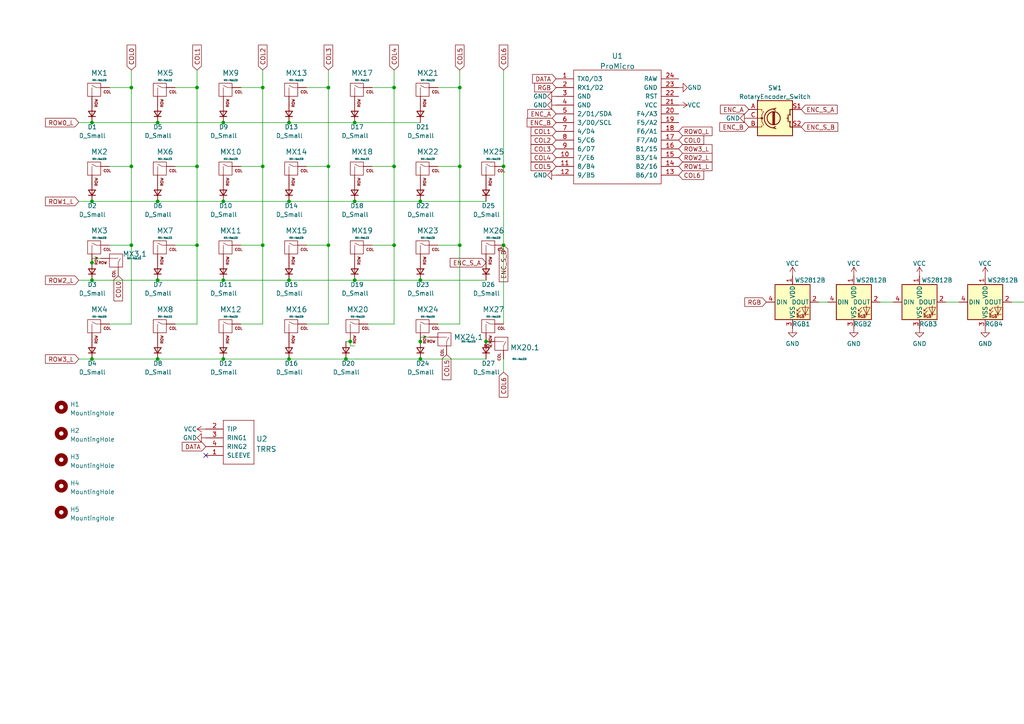
<source format=kicad_sch>
(kicad_sch (version 20230121) (generator eeschema)
  (paper "A4")
  (lib_symbols
    (symbol "Device:D_Small" (pin_numbers hide) (pin_names (offset 0.254) hide)
      (property "Reference" "D" (at -1.27 2.032 0))
      (property "Value" "D_Small" (at -3.81 -2.032 0))
      (symbol "D_Small_0_1"
        (polyline (pts (xy -0.762 -1.016) (xy -0.762 1.016)) (stroke (width 0.254)))
        (polyline (pts (xy -0.762 0) (xy 0.762 0)))
        (polyline (pts (xy 0.762 -1.016) (xy -0.762 0) (xy 0.762 1.016) (xy 0.762 -1.016)) (stroke (width 0.254)))
      )
      (symbol "D_Small_1_1"
        (pin passive line (at -2.54 0 0) (length 1.778) (name "K") (number "1"))
        (pin passive line (at 2.54 0 180) (length 1.778) (name "A") (number "2"))
      )
    )
    (symbol "Device:RotaryEncoder_Switch" (pin_names (offset 0.254) hide)
      (property "Reference" "SW" (at 0 6.604 0))
      (property "Value" "RotaryEncoder_Switch" (at 0 -6.604 0))
      (symbol "RotaryEncoder_Switch_0_1"
        (rectangle (start -5.08 5.08) (end 5.08 -5.08) (stroke (width 0.254)) (fill (type background)))
        (circle (center -3.81 0) (radius 0.254) (fill (type outline)))
        (circle (center -0.381 0) (radius 1.905) (stroke (width 0.254)))
        (arc (start -0.381 2.667) (mid -3.0988 -0.0635) (end -0.381 -2.794) (stroke (width 0.254)))
        (polyline (pts (xy -0.635 -1.778) (xy -0.635 1.778)) (stroke (width 0.254)))
        (polyline (pts (xy -0.381 -1.778) (xy -0.381 1.778)) (stroke (width 0.254)))
        (polyline (pts (xy -0.127 1.778) (xy -0.127 -1.778)) (stroke (width 0.254)))
        (polyline (pts (xy 3.81 0) (xy 3.429 0)) (stroke (width 0.254)))
        (polyline (pts (xy 3.81 1.016) (xy 3.81 -1.016)) (stroke (width 0.254)))
        (polyline (pts (xy -5.08 -2.54) (xy -3.81 -2.54) (xy -3.81 -2.032)))
        (polyline (pts (xy -5.08 2.54) (xy -3.81 2.54) (xy -3.81 2.032)))
        (polyline (pts (xy 0.254 -3.048) (xy -0.508 -2.794) (xy 0.127 -2.413)) (stroke (width 0.254)))
        (polyline (pts (xy 0.254 2.921) (xy -0.508 2.667) (xy 0.127 2.286)) (stroke (width 0.254)))
        (polyline (pts (xy 5.08 -2.54) (xy 4.318 -2.54) (xy 4.318 -1.016)) (stroke (width 0.254)))
        (polyline (pts (xy 5.08 2.54) (xy 4.318 2.54) (xy 4.318 1.016)) (stroke (width 0.254)))
        (polyline (pts (xy -5.08 0) (xy -3.81 0) (xy -3.81 -1.016) (xy -3.302 -2.032)))
        (polyline (pts (xy -4.318 0) (xy -3.81 0) (xy -3.81 1.016) (xy -3.302 2.032)))
        (circle (center 4.318 -1.016) (radius 0.127) (stroke (width 0.254)))
        (circle (center 4.318 1.016) (radius 0.127) (stroke (width 0.254)))
      )
      (symbol "RotaryEncoder_Switch_1_1"
        (pin passive line (at -7.62 2.54 0) (length 2.54) (name "A") (number "A"))
        (pin passive line (at -7.62 -2.54 0) (length 2.54) (name "B") (number "B"))
        (pin passive line (at -7.62 0 0) (length 2.54) (name "C") (number "C"))
        (pin passive line (at 7.62 2.54 180) (length 2.54) (name "S1") (number "S1"))
        (pin passive line (at 7.62 -2.54 180) (length 2.54) (name "S2") (number "S2"))
      )
    )
    (symbol "LED:WS2812B" (pin_names (offset 0.254))
      (property "Reference" "D" (at 5.08 5.715 0))
      (property "Value" "WS2812B" (at 1.27 -5.715 0))
      (symbol "WS2812B_0_0"
        (text "RGB" (at 2.286 -4.191 0) (effects (font (size 0.762 0.762))))
      )
      (symbol "WS2812B_0_1"
        (polyline (pts (xy 1.27 -3.556) (xy 1.778 -3.556)))
        (polyline (pts (xy 1.27 -2.54) (xy 1.778 -2.54)))
        (polyline (pts (xy 4.699 -3.556) (xy 2.667 -3.556)))
        (polyline (pts (xy 2.286 -2.54) (xy 1.27 -3.556) (xy 1.27 -3.048)))
        (polyline (pts (xy 2.286 -1.524) (xy 1.27 -2.54) (xy 1.27 -2.032)))
        (polyline (pts (xy 3.683 -1.016) (xy 3.683 -3.556) (xy 3.683 -4.064)))
        (polyline (pts (xy 4.699 -1.524) (xy 2.667 -1.524) (xy 3.683 -3.556) (xy 4.699 -1.524)))
        (rectangle (start 5.08 5.08) (end -5.08 -5.08) (stroke (width 0.254)) (fill (type background)))
      )
      (symbol "WS2812B_1_1"
        (pin power_in line (at 0 7.62 270) (length 2.54) (name "VDD") (number "1"))
        (pin output line (at 7.62 0 180) (length 2.54) (name "DOUT") (number "2"))
        (pin power_in line (at 0 -7.62 90) (length 2.54) (name "VSS") (number "3"))
        (pin input line (at -7.62 0 0) (length 2.54) (name "DIN") (number "4"))
      )
    )
    (symbol "MX_Alps_Hybrid:MX-NoLED" (pin_names (offset 1.016))
      (property "Reference" "MX" (at -0.635 3.81 0))
      (property "Value" "MX-NoLED" (at -0.635 1.27 0))
      (symbol "MX-NoLED_0_0"
        (rectangle (start -2.54 2.54) (end 1.27 -1.27))
        (polyline (pts (xy -1.27 -1.27) (xy -1.27 1.27)) (stroke (width 0.127)))
        (polyline (pts (xy 1.27 1.27) (xy 0 1.27) (xy -1.27 1.905)) (stroke (width 0.127)))
        (text "COL" (at 3.175 0 0) (effects (font (size 0.762 0.762))))
        (text "ROW" (at 0 -1.905 900) (effects (font (size 0.762 0.762)) (justify right)))
      )
      (symbol "MX-NoLED_1_1"
        (pin passive line (at 3.81 1.27 180) (length 2.54) (name "COL") (number "1"))
        (pin passive line (at -1.27 -3.81 90) (length 2.54) (name "ROW") (number "2"))
      )
    )
    (symbol "Mechanical:MountingHole" (pin_names (offset 1.016))
      (property "Reference" "H" (at 0 5.08 0))
      (property "Value" "MountingHole" (at 0 3.175 0))
      (symbol "MountingHole_0_1"
        (circle (center 0 0) (radius 1.27) (stroke (width 1.27)))
      )
    )
    (symbol "kbd:ProMicro" (pin_names (offset 1.016))
      (property "Reference" "U" (at 0 19.05 0))
      (property "Value" "ProMicro" (at 0 -19.05 0))
      (symbol "ProMicro_0_1"
        (rectangle (start -12.7 16.51) (end 12.7 -16.51))
      )
      (symbol "ProMicro_1_1"
        (pin bidirectional line (at -17.78 13.97 0) (length 5.08) (name "TX0/D3") (number "1"))
        (pin bidirectional line (at -17.78 -8.89 0) (length 5.08) (name "7/E6") (number "10"))
        (pin bidirectional line (at -17.78 -11.43 0) (length 5.08) (name "8/B4") (number "11"))
        (pin bidirectional line (at -17.78 -13.97 0) (length 5.08) (name "9/B5") (number "12"))
        (pin bidirectional line (at 17.78 -13.97 180) (length 5.08) (name "B6/10") (number "13"))
        (pin bidirectional line (at 17.78 -11.43 180) (length 5.08) (name "B2/16") (number "14"))
        (pin bidirectional line (at 17.78 -8.89 180) (length 5.08) (name "B3/14") (number "15"))
        (pin bidirectional line (at 17.78 -6.35 180) (length 5.08) (name "B1/15") (number "16"))
        (pin bidirectional line (at 17.78 -3.81 180) (length 5.08) (name "F7/A0") (number "17"))
        (pin bidirectional line (at 17.78 -1.27 180) (length 5.08) (name "F6/A1") (number "18"))
        (pin bidirectional line (at 17.78 1.27 180) (length 5.08) (name "F5/A2") (number "19"))
        (pin bidirectional line (at -17.78 11.43 0) (length 5.08) (name "RX1/D2") (number "2"))
        (pin bidirectional line (at 17.78 3.81 180) (length 5.08) (name "F4/A3") (number "20"))
        (pin power_in line (at 17.78 6.35 180) (length 5.08) (name "VCC") (number "21"))
        (pin input line (at 17.78 8.89 180) (length 5.08) (name "RST") (number "22"))
        (pin power_in line (at 17.78 11.43 180) (length 5.08) (name "GND") (number "23"))
        (pin power_out line (at 17.78 13.97 180) (length 5.08) (name "RAW") (number "24"))
        (pin power_in line (at -17.78 8.89 0) (length 5.08) (name "GND") (number "3"))
        (pin power_in line (at -17.78 6.35 0) (length 5.08) (name "GND") (number "4"))
        (pin bidirectional line (at -17.78 3.81 0) (length 5.08) (name "2/D1/SDA") (number "5"))
        (pin bidirectional line (at -17.78 1.27 0) (length 5.08) (name "3/D0/SCL") (number "6"))
        (pin bidirectional line (at -17.78 -1.27 0) (length 5.08) (name "4/D4") (number "7"))
        (pin bidirectional line (at -17.78 -3.81 0) (length 5.08) (name "5/C6") (number "8"))
        (pin bidirectional line (at -17.78 -6.35 0) (length 5.08) (name "6/D7") (number "9"))
      )
    )
    (symbol "keebio:TRRS" (pin_names (offset 1.016))
      (property "Reference" "U" (at 0 15.24 0))
      (property "Value" "TRRS" (at 0 -2.54 0))
      (symbol "TRRS_0_1"
        (rectangle (start -3.81 0) (end -3.81 12.7))
        (rectangle (start -3.81 12.7) (end 5.08 12.7))
        (rectangle (start 5.08 0) (end -3.81 0))
        (rectangle (start 5.08 12.7) (end 5.08 0))
      )
      (symbol "TRRS_1_1"
        (pin input line (at -8.89 2.54 0) (length 5.08) (name "SLEEVE") (number "1"))
        (pin input line (at -8.89 10.16 0) (length 5.08) (name "TIP") (number "2"))
        (pin input line (at -8.89 7.62 0) (length 5.08) (name "RING1") (number "3"))
        (pin input line (at -8.89 5.08 0) (length 5.08) (name "RING2") (number "4"))
      )
    )
    (symbol "power:GND" (power) (pin_names (offset 0))
      (property "Value" "GND" (at 0 -3.81 0))
      (symbol "GND_0_1"
        (polyline (pts (xy 0 0) (xy 0 -1.27) (xy 1.27 -1.27) (xy 0 -2.54) (xy -1.27 -1.27) (xy 0 -1.27)))
      )
      (symbol "GND_1_1"
        (pin power_in line (at 0 0 270) (length 0) hide (name "GND") (number "1"))
      )
    )
    (symbol "power:VCC" (power) (pin_names (offset 0))
      (property "Value" "VCC" (at 0 3.81 0))
      (symbol "VCC_0_1"
        (polyline (pts (xy -0.762 1.27) (xy 0 2.54)))
        (polyline (pts (xy 0 0) (xy 0 2.54)))
        (polyline (pts (xy 0 2.54) (xy 0.762 1.27)))
      )
      (symbol "VCC_1_1"
        (pin power_in line (at 0 0 90) (length 0) hide (name "VCC") (number "1"))
      )
    )
  )
  (junction (at 45.72 81.28))
  (junction (at 64.77 81.28))
  (junction (at 121.92 81.28))
  (junction (at 76.2 71.12))
  (junction (at 114.3 71.12))
  (junction (at 102.87 35.56))
  (junction (at 83.82 104.14))
  (junction (at 102.87 58.42))
  (junction (at 38.1 48.26))
  (junction (at 26.67 81.28))
  (junction (at 38.1 71.12))
  (junction (at 133.35 48.26))
  (junction (at 26.67 35.56))
  (junction (at 95.25 25.4))
  (junction (at 146.05 48.26))
  (junction (at 45.72 104.14))
  (junction (at 45.72 35.56))
  (junction (at 26.67 104.14))
  (junction (at 38.1 25.4))
  (junction (at 83.82 35.56))
  (junction (at 101.6 99.06))
  (junction (at 114.3 48.26))
  (junction (at 76.2 25.4))
  (junction (at 121.92 58.42))
  (junction (at 64.77 35.56))
  (junction (at 146.05 71.12))
  (junction (at 45.72 58.42))
  (junction (at 57.15 71.12))
  (junction (at 26.67 58.42))
  (junction (at 95.25 71.12))
  (junction (at 133.35 25.4))
  (junction (at 95.25 48.26))
  (junction (at 83.82 81.28))
  (junction (at 140.97 99.06))
  (junction (at 57.15 48.26))
  (junction (at 102.87 81.28))
  (junction (at 121.92 99.06))
  (junction (at 114.3 25.4))
  (junction (at 64.77 58.42))
  (junction (at 57.15 25.4))
  (junction (at 83.82 58.42))
  (junction (at 64.77 104.14))
  (junction (at 133.35 71.12))
  (junction (at 76.2 48.26))
  (junction (at 100.33 104.14))
  (junction (at 121.92 104.14))
  (junction (at 26.67 76.2))
  (no_connect (at 331.47 87.63))
  (no_connect (at 59.69 132.08))
  (wire (pts (xy 38.1 71.12) (xy 31.75 71.12)))
  (wire (pts (xy 57.15 48.26) (xy 57.15 25.4)))
  (wire (pts (xy 95.25 93.98) (xy 88.9 93.98)))
  (wire (pts (xy 38.1 71.12) (xy 38.1 93.98)))
  (wire (pts (xy 114.3 71.12) (xy 107.95 71.12)))
  (wire (pts (xy 45.72 104.14) (xy 64.77 104.14)))
  (wire (pts (xy 45.72 81.28) (xy 64.77 81.28)))
  (wire (pts (xy 100.33 99.06) (xy 101.6 99.06)))
  (wire (pts (xy 95.25 71.12) (xy 95.25 93.98)))
  (wire (pts (xy 76.2 48.26) (xy 69.85 48.26)))
  (wire (pts (xy 133.35 48.26) (xy 133.35 25.4)))
  (wire (pts (xy 146.05 20.32) (xy 146.05 48.26)))
  (wire (pts (xy 102.87 100.33) (xy 101.6 100.33)))
  (wire (pts (xy 22.86 104.14) (xy 26.67 104.14)))
  (wire (pts (xy 83.82 58.42) (xy 102.87 58.42)))
  (wire (pts (xy 274.32 87.63) (xy 278.13 87.63)))
  (wire (pts (xy 38.1 25.4) (xy 38.1 48.26)))
  (wire (pts (xy 95.25 25.4) (xy 95.25 48.26)))
  (wire (pts (xy 57.15 48.26) (xy 50.8 48.26)))
  (wire (pts (xy 114.3 25.4) (xy 114.3 48.26)))
  (wire (pts (xy 64.77 35.56) (xy 83.82 35.56)))
  (wire (pts (xy 102.87 58.42) (xy 121.92 58.42)))
  (wire (pts (xy 95.25 71.12) (xy 88.9 71.12)))
  (wire (pts (xy 237.49 87.63) (xy 240.03 87.63)))
  (wire (pts (xy 29.21 74.93) (xy 26.67 74.93)))
  (wire (pts (xy 76.2 48.26) (xy 76.2 71.12)))
  (wire (pts (xy 26.67 104.14) (xy 45.72 104.14)))
  (wire (pts (xy 114.3 48.26) (xy 107.95 48.26)))
  (wire (pts (xy 95.25 20.32) (xy 95.25 25.4)))
  (wire (pts (xy 57.15 25.4) (xy 50.8 25.4)))
  (wire (pts (xy 57.15 71.12) (xy 50.8 71.12)))
  (wire (pts (xy 45.72 58.42) (xy 64.77 58.42)))
  (wire (pts (xy 76.2 71.12) (xy 76.2 93.98)))
  (wire (pts (xy 83.82 35.56) (xy 102.87 35.56)))
  (wire (pts (xy 293.37 87.63) (xy 297.18 87.63)))
  (wire (pts (xy 76.2 71.12) (xy 69.85 71.12)))
  (wire (pts (xy 114.3 71.12) (xy 114.3 93.98)))
  (wire (pts (xy 83.82 104.14) (xy 100.33 104.14)))
  (wire (pts (xy 100.33 104.14) (xy 121.92 104.14)))
  (wire (pts (xy 38.1 20.32) (xy 38.1 25.4)))
  (wire (pts (xy 107.95 25.4) (xy 114.3 25.4)))
  (wire (pts (xy 57.15 93.98) (xy 57.15 71.12)))
  (wire (pts (xy 255.27 87.63) (xy 259.08 87.63)))
  (wire (pts (xy 22.86 35.56) (xy 26.67 35.56)))
  (wire (pts (xy 121.92 97.79) (xy 121.92 99.06)))
  (wire (pts (xy 26.67 81.28) (xy 45.72 81.28)))
  (wire (pts (xy 101.6 100.33) (xy 101.6 99.06)))
  (wire (pts (xy 76.2 25.4) (xy 76.2 48.26)))
  (wire (pts (xy 45.72 35.56) (xy 64.77 35.56)))
  (wire (pts (xy 102.87 81.28) (xy 121.92 81.28)))
  (wire (pts (xy 26.67 35.56) (xy 45.72 35.56)))
  (wire (pts (xy 64.77 104.14) (xy 83.82 104.14)))
  (wire (pts (xy 121.92 58.42) (xy 140.97 58.42)))
  (wire (pts (xy 76.2 93.98) (xy 69.85 93.98)))
  (wire (pts (xy 31.75 25.4) (xy 38.1 25.4)))
  (wire (pts (xy 38.1 48.26) (xy 31.75 48.26)))
  (wire (pts (xy 26.67 74.93) (xy 26.67 76.2)))
  (wire (pts (xy 114.3 20.32) (xy 114.3 25.4)))
  (wire (pts (xy 57.15 71.12) (xy 57.15 48.26)))
  (wire (pts (xy 312.42 87.63) (xy 316.23 87.63)))
  (wire (pts (xy 146.05 104.14) (xy 146.05 107.95)))
  (wire (pts (xy 88.9 25.4) (xy 95.25 25.4)))
  (wire (pts (xy 95.25 48.26) (xy 88.9 48.26)))
  (wire (pts (xy 127 48.26) (xy 133.35 48.26)))
  (wire (pts (xy 114.3 93.98) (xy 106.68 93.98)))
  (wire (pts (xy 121.92 97.79) (xy 124.46 97.79)))
  (wire (pts (xy 127 71.12) (xy 133.35 71.12)))
  (wire (pts (xy 76.2 20.32) (xy 76.2 25.4)))
  (wire (pts (xy 22.86 58.42) (xy 26.67 58.42)))
  (wire (pts (xy 127 93.98) (xy 133.35 93.98)))
  (wire (pts (xy 38.1 48.26) (xy 38.1 71.12)))
  (wire (pts (xy 146.05 48.26) (xy 146.05 71.12)))
  (wire (pts (xy 114.3 48.26) (xy 114.3 71.12)))
  (wire (pts (xy 64.77 58.42) (xy 83.82 58.42)))
  (wire (pts (xy 57.15 20.32) (xy 57.15 25.4)))
  (wire (pts (xy 133.35 71.12) (xy 133.35 48.26)))
  (wire (pts (xy 95.25 48.26) (xy 95.25 71.12)))
  (wire (pts (xy 133.35 93.98) (xy 133.35 71.12)))
  (wire (pts (xy 50.8 93.98) (xy 57.15 93.98)))
  (wire (pts (xy 64.77 81.28) (xy 83.82 81.28)))
  (wire (pts (xy 69.85 25.4) (xy 76.2 25.4)))
  (wire (pts (xy 83.82 81.28) (xy 102.87 81.28)))
  (wire (pts (xy 121.92 81.28) (xy 140.97 81.28)))
  (wire (pts (xy 127 25.4) (xy 133.35 25.4)))
  (wire (pts (xy 26.67 58.42) (xy 45.72 58.42)))
  (wire (pts (xy 121.92 104.14) (xy 140.97 104.14)))
  (wire (pts (xy 38.1 93.98) (xy 31.75 93.98)))
  (wire (pts (xy 146.05 71.12) (xy 146.05 93.98)))
  (wire (pts (xy 133.35 20.32) (xy 133.35 25.4)))
  (wire (pts (xy 102.87 35.56) (xy 121.92 35.56)))
  (wire (pts (xy 22.86 81.28) (xy 26.67 81.28)))
  (global_label "COL0" (shape input) (at 34.29 80.01 270) (property "Intersheetrefs" "${INTERSHEET_REFS}" (effects hide)))
  (global_label "ENC_S_B" (shape input) (at 146.05 71.12 270) (property "Intersheetrefs" "${INTERSHEET_REFS}" (effects hide)))
  (global_label "COL0" (shape input) (at 38.1 20.32 90) (property "Intersheetrefs" "${INTERSHEET_REFS}" (effects hide)))
  (global_label "ENC_S_B" (shape input) (at 232.41 36.83 0) (property "Intersheetrefs" "${INTERSHEET_REFS}" (effects hide)))
  (global_label "ROW2_L" (shape input) (at 196.85 45.72 0) (property "Intersheetrefs" "${INTERSHEET_REFS}" (effects hide)))
  (global_label "DATA" (shape input) (at 59.69 129.54 180) (property "Intersheetrefs" "${INTERSHEET_REFS}" (effects hide)))
  (global_label "ROW0_L" (shape input) (at 22.86 35.56 180) (property "Intersheetrefs" "${INTERSHEET_REFS}" (effects hide)))
  (global_label "COL6" (shape input) (at 146.05 20.32 90) (property "Intersheetrefs" "${INTERSHEET_REFS}" (effects hide)))
  (global_label "COL5" (shape input) (at 161.29 48.26 180) (property "Intersheetrefs" "${INTERSHEET_REFS}" (effects hide)))
  (global_label "ENC_B" (shape input) (at 161.29 35.56 180) (property "Intersheetrefs" "${INTERSHEET_REFS}" (effects hide)))
  (global_label "ROW3_L" (shape input) (at 196.85 43.18 0) (property "Intersheetrefs" "${INTERSHEET_REFS}" (effects hide)))
  (global_label "ROW3_L" (shape input) (at 22.86 104.14 180) (property "Intersheetrefs" "${INTERSHEET_REFS}" (effects hide)))
  (global_label "ROW2_L" (shape input) (at 22.86 81.28 180) (property "Intersheetrefs" "${INTERSHEET_REFS}" (effects hide)))
  (global_label "ENC_A" (shape input) (at 217.17 31.75 180) (property "Intersheetrefs" "${INTERSHEET_REFS}" (effects hide)))
  (global_label "ENC_S_A" (shape input) (at 232.41 31.75 0) (property "Intersheetrefs" "${INTERSHEET_REFS}" (effects hide)))
  (global_label "ENC_S_A" (shape input) (at 140.97 76.2 180) (property "Intersheetrefs" "${INTERSHEET_REFS}" (effects hide)))
  (global_label "COL3" (shape input) (at 161.29 43.18 180) (property "Intersheetrefs" "${INTERSHEET_REFS}" (effects hide)))
  (global_label "COL2" (shape input) (at 76.2 20.32 90) (property "Intersheetrefs" "${INTERSHEET_REFS}" (effects hide)))
  (global_label "COL5" (shape input) (at 129.54 102.87 270) (property "Intersheetrefs" "${INTERSHEET_REFS}" (effects hide)))
  (global_label "COL4" (shape input) (at 161.29 45.72 180) (property "Intersheetrefs" "${INTERSHEET_REFS}" (effects hide)))
  (global_label "RGB" (shape input) (at 222.25 87.63 180) (property "Intersheetrefs" "${INTERSHEET_REFS}" (effects hide)))
  (global_label "DATA" (shape input) (at 161.29 22.86 180) (property "Intersheetrefs" "${INTERSHEET_REFS}" (effects hide)))
  (global_label "COL1" (shape input) (at 161.29 38.1 180) (property "Intersheetrefs" "${INTERSHEET_REFS}" (effects hide)))
  (global_label "COL6" (shape input) (at 196.85 50.8 0) (property "Intersheetrefs" "${INTERSHEET_REFS}" (effects hide)))
  (global_label "COL0" (shape input) (at 196.85 40.64 0) (property "Intersheetrefs" "${INTERSHEET_REFS}" (effects hide)))
  (global_label "COL2" (shape input) (at 161.29 40.64 180) (property "Intersheetrefs" "${INTERSHEET_REFS}" (effects hide)))
  (global_label "COL5" (shape input) (at 133.35 20.32 90) (property "Intersheetrefs" "${INTERSHEET_REFS}" (effects hide)))
  (global_label "COL1" (shape input) (at 57.15 20.32 90) (property "Intersheetrefs" "${INTERSHEET_REFS}" (effects hide)))
  (global_label "COL3" (shape input) (at 95.25 20.32 90) (property "Intersheetrefs" "${INTERSHEET_REFS}" (effects hide)))
  (global_label "ENC_B" (shape input) (at 217.17 36.83 180) (property "Intersheetrefs" "${INTERSHEET_REFS}" (effects hide)))
  (global_label "COL6" (shape input) (at 146.05 107.95 270) (property "Intersheetrefs" "${INTERSHEET_REFS}" (effects hide)))
  (global_label "ROW0_L" (shape input) (at 196.85 38.1 0) (property "Intersheetrefs" "${INTERSHEET_REFS}" (effects hide)))
  (global_label "COL4" (shape input) (at 114.3 20.32 90) (property "Intersheetrefs" "${INTERSHEET_REFS}" (effects hide)))
  (global_label "ROW1_L" (shape input) (at 196.85 48.26 0) (property "Intersheetrefs" "${INTERSHEET_REFS}" (effects hide)))
  (global_label "ROW1_L" (shape input) (at 22.86 58.42 180) (property "Intersheetrefs" "${INTERSHEET_REFS}" (effects hide)))
  (global_label "RGB" (shape input) (at 161.29 25.4 180) (property "Intersheetrefs" "${INTERSHEET_REFS}" (effects hide)))
  (global_label "ENC_A" (shape input) (at 161.29 33.02 180) (property "Intersheetrefs" "${INTERSHEET_REFS}" (effects hide)))
  (symbol (lib_id "MX_Alps_Hybrid:MX-NoLED") (at 104.14 49.53 0) (unit 1)
    (property "Reference" "MX18" (at 105.0256 44.0383 0) (effects (font (size 1.524 1.524))))
    (property "Value" "MX-NoLED" (at 105.0256 46.1185 0) (effects (font (size 0.508 0.508))))
    (property "Footprint" "MX_Only:MXOnly-1U-NoLED" (effects hide))
  )
  (symbol (lib_id "MX_Alps_Hybrid:MX-NoLED") (at 144.78 100.33 270) (unit 1)
    (property "Reference" "MX20.1" (at 147.955 100.8056 90) (effects (font (size 1.524 1.524)) (justify left)))
    (property "Value" "MX-NoLED" (at 148.59 104.14 90) (effects (font (size 0.508 0.508)) (justify left)))
    (property "Footprint" "MX_Only:MXOnly-2U-NoLED" (effects hide))
  )
  (symbol (lib_id "MX_Alps_Hybrid:MX-NoLED") (at 66.04 49.53 0) (unit 1)
    (property "Reference" "MX10" (at 66.9256 44.0383 0) (effects (font (size 1.524 1.524))))
    (property "Value" "MX-NoLED" (at 66.9256 46.1185 0) (effects (font (size 0.508 0.508))))
    (property "Footprint" "MX_Only:MXOnly-1U-NoLED" (effects hide))
  )
  (symbol (lib_id "Device:D_Small") (at 26.67 33.02 90) (unit 1)
    (property "Reference" "D1" (at 25.4 36.83 90) (effects (justify right)))
    (property "Value" "D_Small" (at 22.86 39.37 90) (effects (justify right)))
    (property "Footprint" "kbd:D3_TH_SMD_only_back" (effects hide))
  )
  (symbol (lib_id "Mechanical:MountingHole") (at 17.78 148.59 0) (unit 1)
    (property "Reference" "H5" (at 20.32 147.7553 0) (effects (justify left)))
    (property "Value" "MountingHole" (at 20.32 150.2922 0) (effects (justify left)))
    (property "Footprint" "MountingHole:MountingHole_2.1mm" (effects hide))
  )
  (symbol (lib_id "power:VCC") (at 285.75 80.01 0) (unit 1)
    (property "Reference" "#PWR0121" (effects hide))
    (property "Value" "VCC" (at 285.75 76.4342 0))
  )
  (symbol (lib_id "power:VCC") (at 247.65 80.01 0) (unit 1)
    (property "Reference" "#PWR0113" (effects hide))
    (property "Value" "VCC" (at 247.65 76.4342 0))
  )
  (symbol (lib_id "Mechanical:MountingHole") (at 17.78 125.73 0) (unit 1)
    (property "Reference" "H2" (at 20.32 124.8953 0) (effects (justify left)))
    (property "Value" "MountingHole" (at 20.32 127.4322 0) (effects (justify left)))
    (property "Footprint" "MountingHole:MountingHole_2.1mm" (effects hide))
  )
  (symbol (lib_id "Device:D_Small") (at 102.87 33.02 90) (unit 1)
    (property "Reference" "D17" (at 101.6 36.83 90) (effects (justify right)))
    (property "Value" "D_Small" (at 99.06 39.37 90) (effects (justify right)))
    (property "Footprint" "kbd:D3_TH_SMD_only_back" (effects hide))
  )
  (symbol (lib_id "power:GND") (at 196.85 25.4 90) (unit 1)
    (property "Reference" "#PWR0105" (effects hide))
    (property "Value" "GND" (at 199.39 25.4 90) (effects (justify right)))
  )
  (symbol (lib_id "power:VCC") (at 59.69 124.46 90) (unit 1)
    (property "Reference" "#PWR0106" (effects hide))
    (property "Value" "VCC" (at 57.15 124.46 90) (effects (justify left)))
  )
  (symbol (lib_id "power:GND") (at 59.69 127 270) (unit 1)
    (property "Reference" "#PWR0104" (effects hide))
    (property "Value" "GND" (at 57.15 127 90) (effects (justify right)))
  )
  (symbol (lib_id "power:GND") (at 247.65 95.25 0) (unit 1)
    (property "Reference" "#PWR0114" (effects hide))
    (property "Value" "GND" (at 247.65 99.6934 0))
  )
  (symbol (lib_id "MX_Alps_Hybrid:MX-NoLED") (at 46.99 72.39 0) (unit 1)
    (property "Reference" "MX7" (at 47.8756 66.8983 0) (effects (font (size 1.524 1.524))))
    (property "Value" "MX-NoLED" (at 47.8756 68.9785 0) (effects (font (size 0.508 0.508))))
    (property "Footprint" "MX_Only:MXOnly-1U-NoLED" (effects hide))
  )
  (symbol (lib_id "LED:WS2812B") (at 266.7 87.63 0) (unit 1)
    (property "Reference" "RGB3" (at 269.24 93.98 0))
    (property "Value" "WS2812B" (at 271.78 81.28 0))
    (property "Footprint" "kbd:LED_WS2812B-PLCC4" (effects hide))
    (property "Datasheet" "https://cdn-shop.adafruit.com/datasheets/WS2812B.pdf" (effects hide))
  )
  (symbol (lib_id "Device:D_Small") (at 45.72 33.02 90) (unit 1)
    (property "Reference" "D5" (at 44.45 36.83 90) (effects (justify right)))
    (property "Value" "D_Small" (at 41.91 39.37 90) (effects (justify right)))
    (property "Footprint" "kbd:D3_TH_SMD_only_back" (effects hide))
  )
  (symbol (lib_id "Device:D_Small") (at 121.92 33.02 90) (unit 1)
    (property "Reference" "D21" (at 120.65 36.83 90) (effects (justify right)))
    (property "Value" "D_Small" (at 118.11 39.37 90) (effects (justify right)))
    (property "Footprint" "kbd:D3_TH_SMD_only_back" (effects hide))
  )
  (symbol (lib_id "Device:D_Small") (at 140.97 101.6 90) (unit 1)
    (property "Reference" "D27" (at 139.7 105.41 90) (effects (justify right)))
    (property "Value" "D_Small" (at 137.16 107.95 90) (effects (justify right)))
    (property "Footprint" "kbd:D3_TH_SMD_only_back" (effects hide))
  )
  (symbol (lib_id "Device:D_Small") (at 83.82 78.74 90) (unit 1)
    (property "Reference" "D15" (at 82.55 82.55 90) (effects (justify right)))
    (property "Value" "D_Small" (at 80.01 85.09 90) (effects (justify right)))
    (property "Footprint" "kbd:D3_TH_SMD_only_back" (effects hide))
  )
  (symbol (lib_id "Device:D_Small") (at 26.67 55.88 90) (unit 1)
    (property "Reference" "D2" (at 25.4 59.69 90) (effects (justify right)))
    (property "Value" "D_Small" (at 22.86 62.23 90) (effects (justify right)))
    (property "Footprint" "kbd:D3_TH_SMD_only_back" (effects hide))
  )
  (symbol (lib_id "MX_Alps_Hybrid:MX-NoLED") (at 46.99 26.67 0) (unit 1)
    (property "Reference" "MX5" (at 47.8756 21.1783 0) (effects (font (size 1.524 1.524))))
    (property "Value" "MX-NoLED" (at 47.8756 23.2585 0) (effects (font (size 0.508 0.508))))
    (property "Footprint" "MX_Only:MXOnly-1U-NoLED" (effects hide))
  )
  (symbol (lib_id "Device:D_Small") (at 100.33 101.6 90) (unit 1)
    (property "Reference" "D20" (at 99.06 105.41 90) (effects (justify right)))
    (property "Value" "D_Small" (at 96.52 107.95 90) (effects (justify right)))
    (property "Footprint" "kbd:D3_TH_SMD_only_back" (effects hide))
  )
  (symbol (lib_id "MX_Alps_Hybrid:MX-NoLED") (at 66.04 95.25 0) (unit 1)
    (property "Reference" "MX12" (at 66.9256 89.7583 0) (effects (font (size 1.524 1.524))))
    (property "Value" "MX-NoLED" (at 66.9256 91.8385 0) (effects (font (size 0.508 0.508))))
    (property "Footprint" "MX_Only:MXOnly-1U-NoLED" (effects hide))
  )
  (symbol (lib_id "Device:D_Small") (at 140.97 55.88 90) (unit 1)
    (property "Reference" "D25" (at 139.7 59.69 90) (effects (justify right)))
    (property "Value" "D_Small" (at 137.16 62.23 90) (effects (justify right)))
    (property "Footprint" "kbd:D3_TH_SMD_only_back" (effects hide))
  )
  (symbol (lib_id "Device:D_Small") (at 83.82 55.88 90) (unit 1)
    (property "Reference" "D14" (at 82.55 59.69 90) (effects (justify right)))
    (property "Value" "D_Small" (at 80.01 62.23 90) (effects (justify right)))
    (property "Footprint" "kbd:D3_TH_SMD_only_back" (effects hide))
  )
  (symbol (lib_id "power:GND") (at 266.7 95.25 0) (unit 1)
    (property "Reference" "#PWR0119" (effects hide))
    (property "Value" "GND" (at 266.7 99.6934 0))
  )
  (symbol (lib_id "MX_Alps_Hybrid:MX-NoLED") (at 46.99 95.25 0) (unit 1)
    (property "Reference" "MX8" (at 47.8756 89.7583 0) (effects (font (size 1.524 1.524))))
    (property "Value" "MX-NoLED" (at 47.8756 91.8385 0) (effects (font (size 0.508 0.508))))
    (property "Footprint" "MX_Only:MXOnly-1U-NoLED" (effects hide))
  )
  (symbol (lib_id "MX_Alps_Hybrid:MX-NoLED") (at 142.24 95.25 0) (unit 1)
    (property "Reference" "MX27" (at 143.1256 89.7583 0) (effects (font (size 1.524 1.524))))
    (property "Value" "MX-NoLED" (at 143.1256 91.8385 0) (effects (font (size 0.508 0.508))))
    (property "Footprint" "MX_Only:MXOnly-1U-NoLED" (effects hide))
  )
  (symbol (lib_id "Device:D_Small") (at 83.82 101.6 90) (unit 1)
    (property "Reference" "D16" (at 82.55 105.41 90) (effects (justify right)))
    (property "Value" "D_Small" (at 80.01 107.95 90) (effects (justify right)))
    (property "Footprint" "kbd:D3_TH_SMD_only_back" (effects hide))
  )
  (symbol (lib_id "MX_Alps_Hybrid:MX-NoLED") (at 142.24 72.39 0) (unit 1)
    (property "Reference" "MX26" (at 143.1256 66.8983 0) (effects (font (size 1.524 1.524))))
    (property "Value" "MX-NoLED" (at 143.1256 68.9785 0) (effects (font (size 0.508 0.508))))
    (property "Footprint" "MX_Only:MXOnly-1U-NoLED" (effects hide))
  )
  (symbol (lib_id "LED:WS2812B") (at 229.87 87.63 0) (unit 1)
    (property "Reference" "RGB1" (at 232.41 93.98 0))
    (property "Value" "WS2812B" (at 234.95 81.28 0))
    (property "Footprint" "kbd:LED_WS2812B-PLCC4" (effects hide))
    (property "Datasheet" "https://cdn-shop.adafruit.com/datasheets/WS2812B.pdf" (effects hide))
  )
  (symbol (lib_id "power:GND") (at 304.8 95.25 0) (unit 1)
    (property "Reference" "#PWR0117" (effects hide))
    (property "Value" "GND" (at 304.8 99.6934 0))
  )
  (symbol (lib_id "MX_Alps_Hybrid:MX-NoLED") (at 142.24 49.53 0) (unit 1)
    (property "Reference" "MX25" (at 143.1256 44.0383 0) (effects (font (size 1.524 1.524))))
    (property "Value" "MX-NoLED" (at 143.1256 46.1185 0) (effects (font (size 0.508 0.508))))
    (property "Footprint" "MX_Only:MXOnly-1U-NoLED" (effects hide))
  )
  (symbol (lib_id "power:GND") (at 161.29 30.48 270) (unit 1)
    (property "Reference" "#PWR0102" (effects hide))
    (property "Value" "GND" (at 158.75 30.48 90) (effects (justify right)))
  )
  (symbol (lib_id "power:VCC") (at 196.85 30.48 270) (unit 1)
    (property "Reference" "#PWR0103" (effects hide))
    (property "Value" "VCC" (at 199.39 30.48 90) (effects (justify left)))
  )
  (symbol (lib_id "power:GND") (at 217.17 34.29 270) (unit 1)
    (property "Reference" "#PWR0123" (effects hide))
    (property "Value" "GND" (at 214.63 34.29 90) (effects (justify right)))
  )
  (symbol (lib_id "Device:D_Small") (at 102.87 55.88 90) (unit 1)
    (property "Reference" "D18" (at 101.6 59.69 90) (effects (justify right)))
    (property "Value" "D_Small" (at 99.06 62.23 90) (effects (justify right)))
    (property "Footprint" "kbd:D3_TH_SMD_only_back" (effects hide))
  )
  (symbol (lib_id "Device:D_Small") (at 64.77 55.88 90) (unit 1)
    (property "Reference" "D10" (at 63.5 59.69 90) (effects (justify right)))
    (property "Value" "D_Small" (at 60.96 62.23 90) (effects (justify right)))
    (property "Footprint" "kbd:D3_TH_SMD_only_back" (effects hide))
  )
  (symbol (lib_id "MX_Alps_Hybrid:MX-NoLED") (at 27.94 72.39 0) (unit 1)
    (property "Reference" "MX3" (at 28.8256 66.8983 0) (effects (font (size 1.524 1.524))))
    (property "Value" "MX-NoLED" (at 28.8256 68.9785 0) (effects (font (size 0.508 0.508))))
    (property "Footprint" "MX_Only:MXOnly-1.75U-NoLED" (effects hide))
  )
  (symbol (lib_id "power:GND") (at 161.29 50.8 270) (unit 1)
    (property "Reference" "#PWR01" (effects hide))
    (property "Value" "GND" (at 158.75 50.8 90) (effects (justify right)))
  )
  (symbol (lib_id "Device:D_Small") (at 83.82 33.02 90) (unit 1)
    (property "Reference" "D13" (at 82.55 36.83 90) (effects (justify right)))
    (property "Value" "D_Small" (at 80.01 39.37 90) (effects (justify right)))
    (property "Footprint" "kbd:D3_TH_SMD_only_back" (effects hide))
  )
  (symbol (lib_id "power:VCC") (at 323.85 80.01 0) (unit 1)
    (property "Reference" "#PWR0116" (effects hide))
    (property "Value" "VCC" (at 323.85 76.4342 0))
  )
  (symbol (lib_id "power:VCC") (at 229.87 80.01 0) (unit 1)
    (property "Reference" "#PWR0112" (effects hide))
    (property "Value" "VCC" (at 229.87 76.4342 0))
  )
  (symbol (lib_id "Mechanical:MountingHole") (at 17.78 140.97 0) (unit 1)
    (property "Reference" "H4" (at 20.32 140.1353 0) (effects (justify left)))
    (property "Value" "MountingHole" (at 20.32 142.6722 0) (effects (justify left)))
    (property "Footprint" "MountingHole:MountingHole_2.1mm" (effects hide))
  )
  (symbol (lib_id "MX_Alps_Hybrid:MX-NoLED") (at 102.87 95.25 0) (unit 1)
    (property "Reference" "MX20" (at 103.7556 89.7583 0) (effects (font (size 1.524 1.524))))
    (property "Value" "MX-NoLED" (at 103.7556 91.8385 0) (effects (font (size 0.508 0.508))))
    (property "Footprint" "MX_Only:MXOnly-1U-NoLED" (effects hide))
  )
  (symbol (lib_id "MX_Alps_Hybrid:MX-NoLED") (at 85.09 26.67 0) (unit 1)
    (property "Reference" "MX13" (at 85.9756 21.1783 0) (effects (font (size 1.524 1.524))))
    (property "Value" "MX-NoLED" (at 85.9756 23.2585 0) (effects (font (size 0.508 0.508))))
    (property "Footprint" "MX_Only:MXOnly-1U-NoLED" (effects hide))
  )
  (symbol (lib_id "Device:D_Small") (at 140.97 78.74 90) (unit 1)
    (property "Reference" "D26" (at 139.7 82.55 90) (effects (justify right)))
    (property "Value" "D_Small" (at 137.16 85.09 90) (effects (justify right)))
    (property "Footprint" "kbd:D3_TH_SMD_only_back" (effects hide))
  )
  (symbol (lib_id "Device:D_Small") (at 121.92 55.88 90) (unit 1)
    (property "Reference" "D22" (at 120.65 59.69 90) (effects (justify right)))
    (property "Value" "D_Small" (at 118.11 62.23 90) (effects (justify right)))
    (property "Footprint" "kbd:D3_TH_SMD_only_back" (effects hide))
  )
  (symbol (lib_id "Device:D_Small") (at 64.77 33.02 90) (unit 1)
    (property "Reference" "D9" (at 63.5 36.83 90) (effects (justify right)))
    (property "Value" "D_Small" (at 60.96 39.37 90) (effects (justify right)))
    (property "Footprint" "kbd:D3_TH_SMD_only_back" (effects hide))
  )
  (symbol (lib_id "MX_Alps_Hybrid:MX-NoLED") (at 104.14 26.67 0) (unit 1)
    (property "Reference" "MX17" (at 105.0256 21.1783 0) (effects (font (size 1.524 1.524))))
    (property "Value" "MX-NoLED" (at 105.0256 23.2585 0) (effects (font (size 0.508 0.508))))
    (property "Footprint" "MX_Only:MXOnly-1U-NoLED" (effects hide))
  )
  (symbol (lib_id "Device:D_Small") (at 26.67 78.74 90) (unit 1)
    (property "Reference" "D3" (at 25.4 82.55 90) (effects (justify right)))
    (property "Value" "D_Small" (at 22.86 85.09 90) (effects (justify right)))
    (property "Footprint" "kbd:D3_TH_SMD_only_back" (effects hide))
  )
  (symbol (lib_id "Device:D_Small") (at 64.77 101.6 90) (unit 1)
    (property "Reference" "D12" (at 63.5 105.41 90) (effects (justify right)))
    (property "Value" "D_Small" (at 60.96 107.95 90) (effects (justify right)))
    (property "Footprint" "kbd:D3_TH_SMD_only_back" (effects hide))
  )
  (symbol (lib_id "Device:D_Small") (at 45.72 78.74 90) (unit 1)
    (property "Reference" "D7" (at 44.45 82.55 90) (effects (justify right)))
    (property "Value" "D_Small" (at 41.91 85.09 90) (effects (justify right)))
    (property "Footprint" "kbd:D3_TH_SMD_only_back" (effects hide))
  )
  (symbol (lib_id "kbd:ProMicro") (at 179.07 36.83 0) (unit 1)
    (property "Reference" "U1" (at 179.07 16.2359 0) (effects (font (size 1.524 1.524))))
    (property "Value" "ProMicro" (at 179.07 19.2293 0) (effects (font (size 1.524 1.524))))
    (property "Footprint" "Custom_footprints_Léon:ArduinoProMicro_centered" (effects hide))
  )
  (symbol (lib_id "Device:D_Small") (at 45.72 101.6 90) (unit 1)
    (property "Reference" "D8" (at 44.45 105.41 90) (effects (justify right)))
    (property "Value" "D_Small" (at 41.91 107.95 90) (effects (justify right)))
    (property "Footprint" "kbd:D3_TH_SMD_only_back" (effects hide))
  )
  (symbol (lib_id "LED:WS2812B") (at 323.85 87.63 0) (unit 1)
    (property "Reference" "RGB6" (at 326.39 93.98 0))
    (property "Value" "WS2812B" (at 328.93 81.28 0))
    (property "Footprint" "kbd:LED_WS2812B-PLCC4" (effects hide))
    (property "Datasheet" "https://cdn-shop.adafruit.com/datasheets/WS2812B.pdf" (effects hide))
  )
  (symbol (lib_id "Device:D_Small") (at 121.92 78.74 90) (unit 1)
    (property "Reference" "D23" (at 120.65 82.55 90) (effects (justify right)))
    (property "Value" "D_Small" (at 118.11 85.09 90) (effects (justify right)))
    (property "Footprint" "kbd:D3_TH_SMD_only_back" (effects hide))
  )
  (symbol (lib_id "MX_Alps_Hybrid:MX-NoLED") (at 27.94 49.53 0) (unit 1)
    (property "Reference" "MX2" (at 28.8256 44.0383 0) (effects (font (size 1.524 1.524))))
    (property "Value" "MX-NoLED" (at 28.8256 46.1185 0) (effects (font (size 0.508 0.508))))
    (property "Footprint" "MX_Only:MXOnly-2.25U-NoLED" (effects hide))
  )
  (symbol (lib_id "Device:D_Small") (at 102.87 78.74 90) (unit 1)
    (property "Reference" "D19" (at 101.6 82.55 90) (effects (justify right)))
    (property "Value" "D_Small" (at 99.06 85.09 90) (effects (justify right)))
    (property "Footprint" "kbd:D3_TH_SMD_only_back" (effects hide))
  )
  (symbol (lib_id "power:VCC") (at 266.7 80.01 0) (unit 1)
    (property "Reference" "#PWR0120" (effects hide))
    (property "Value" "VCC" (at 266.7 76.4342 0))
  )
  (symbol (lib_id "keebio:TRRS") (at 68.58 134.62 0) (unit 1)
    (property "Reference" "U2" (at 74.295 127.2938 0) (effects (font (size 1.524 1.524)) (justify left)))
    (property "Value" "TRRS" (at 74.295 130.2872 0) (effects (font (size 1.524 1.524)) (justify left)))
    (property "Footprint" "keebio-parts:TRRS-PJ-320A" (effects hide))
  )
  (symbol (lib_id "MX_Alps_Hybrid:MX-NoLED") (at 46.99 49.53 0) (unit 1)
    (property "Reference" "MX6" (at 47.8756 44.0383 0) (effects (font (size 1.524 1.524))))
    (property "Value" "MX-NoLED" (at 47.8756 46.1185 0) (effects (font (size 0.508 0.508))))
    (property "Footprint" "MX_Only:MXOnly-1U-NoLED" (effects hide))
  )
  (symbol (lib_id "LED:WS2812B") (at 304.8 87.63 0) (unit 1)
    (property "Reference" "RGB5" (at 307.34 93.98 0))
    (property "Value" "WS2812B" (at 309.88 81.28 0))
    (property "Footprint" "kbd:LED_WS2812B-PLCC4" (effects hide))
    (property "Datasheet" "https://cdn-shop.adafruit.com/datasheets/WS2812B.pdf" (effects hide))
  )
  (symbol (lib_id "power:GND") (at 229.87 95.25 0) (unit 1)
    (property "Reference" "#PWR0111" (effects hide))
    (property "Value" "GND" (at 229.87 99.6934 0))
  )
  (symbol (lib_id "MX_Alps_Hybrid:MX-NoLED") (at 123.19 95.25 0) (unit 1)
    (property "Reference" "MX24" (at 124.0756 89.7583 0) (effects (font (size 1.524 1.524))))
    (property "Value" "MX-NoLED" (at 124.0756 91.8385 0) (effects (font (size 0.508 0.508))))
    (property "Footprint" "MX_Only:MXOnly-1.75U-NoLED" (effects hide))
  )
  (symbol (lib_id "MX_Alps_Hybrid:MX-NoLED") (at 85.09 72.39 0) (unit 1)
    (property "Reference" "MX15" (at 85.9756 66.8983 0) (effects (font (size 1.524 1.524))))
    (property "Value" "MX-NoLED" (at 85.9756 68.9785 0) (effects (font (size 0.508 0.508))))
    (property "Footprint" "MX_Only:MXOnly-1U-NoLED" (effects hide))
  )
  (symbol (lib_id "MX_Alps_Hybrid:MX-NoLED") (at 85.09 49.53 0) (unit 1)
    (property "Reference" "MX14" (at 85.9756 44.0383 0) (effects (font (size 1.524 1.524))))
    (property "Value" "MX-NoLED" (at 85.9756 46.1185 0) (effects (font (size 0.508 0.508))))
    (property "Footprint" "MX_Only:MXOnly-1U-NoLED" (effects hide))
  )
  (symbol (lib_id "MX_Alps_Hybrid:MX-NoLED") (at 27.94 95.25 0) (unit 1)
    (property "Reference" "MX4" (at 28.8256 89.7583 0) (effects (font (size 1.524 1.524))))
    (property "Value" "MX-NoLED" (at 28.8256 91.8385 0) (effects (font (size 0.508 0.508))))
    (property "Footprint" "MX_Only:MXOnly-1.25U-NoLED" (effects hide))
  )
  (symbol (lib_id "MX_Alps_Hybrid:MX-NoLED") (at 128.27 99.06 270) (unit 1)
    (property "Reference" "MX24.1" (at 135.89 97.79 90) (effects (font (size 1.524 1.524))))
    (property "Value" "MX-NoLED" (at 135.89 99.06 90) (effects (font (size 0.508 0.508))))
    (property "Footprint" "MX_Only:MXOnly-2.75U-ReversedStabilizers-NoLED" (effects hide))
  )
  (symbol (lib_id "MX_Alps_Hybrid:MX-NoLED") (at 33.02 76.2 270) (unit 1)
    (property "Reference" "MX3.1" (at 35.56 73.66 90) (effects (font (size 1.524 1.524)) (justify left)))
    (property "Value" "MX-NoLED" (at 36.83 74.93 90) (effects (font (size 0.508 0.508)) (justify left)))
    (property "Footprint" "MX_Only:MXOnly-2.75U-NoLED" (effects hide))
  )
  (symbol (lib_id "Device:D_Small") (at 26.67 101.6 90) (unit 1)
    (property "Reference" "D4" (at 25.4 105.41 90) (effects (justify right)))
    (property "Value" "D_Small" (at 22.86 107.95 90) (effects (justify right)))
    (property "Footprint" "kbd:D3_TH_SMD_only_back" (effects hide))
  )
  (symbol (lib_id "Device:RotaryEncoder_Switch") (at 224.79 34.29 0) (unit 1)
    (property "Reference" "SW1" (at 224.79 25.5102 0))
    (property "Value" "RotaryEncoder_Switch" (at 224.79 28.0471 0))
    (property "Footprint" "Custom_footprints_Léon:RotaryEncoder_EC11_Switch" (effects hide))
  )
  (symbol (lib_id "Device:D_Small") (at 64.77 78.74 90) (unit 1)
    (property "Reference" "D11" (at 63.5 82.55 90) (effects (justify right)))
    (property "Value" "D_Small" (at 60.96 85.09 90) (effects (justify right)))
    (property "Footprint" "kbd:D3_TH_SMD_only_back" (effects hide))
  )
  (symbol (lib_id "MX_Alps_Hybrid:MX-NoLED") (at 104.14 72.39 0) (unit 1)
    (property "Reference" "MX19" (at 105.0256 66.8983 0) (effects (font (size 1.524 1.524))))
    (property "Value" "MX-NoLED" (at 105.0256 68.9785 0) (effects (font (size 0.508 0.508))))
    (property "Footprint" "MX_Only:MXOnly-1U-NoLED" (effects hide))
  )
  (symbol (lib_id "MX_Alps_Hybrid:MX-NoLED") (at 66.04 26.67 0) (unit 1)
    (property "Reference" "MX9" (at 66.9256 21.1783 0) (effects (font (size 1.524 1.524))))
    (property "Value" "MX-NoLED" (at 66.9256 23.2585 0) (effects (font (size 0.508 0.508))))
    (property "Footprint" "MX_Only:MXOnly-1U-NoLED" (effects hide))
  )
  (symbol (lib_id "LED:WS2812B") (at 247.65 87.63 0) (unit 1)
    (property "Reference" "RGB2" (at 250.19 93.98 0))
    (property "Value" "WS2812B" (at 252.73 81.28 0))
    (property "Footprint" "kbd:LED_WS2812B-PLCC4" (effects hide))
    (property "Datasheet" "https://cdn-shop.adafruit.com/datasheets/WS2812B.pdf" (effects hide))
  )
  (symbol (lib_id "MX_Alps_Hybrid:MX-NoLED") (at 123.19 26.67 0) (unit 1)
    (property "Reference" "MX21" (at 124.0756 21.1783 0) (effects (font (size 1.524 1.524))))
    (property "Value" "MX-NoLED" (at 124.0756 23.2585 0) (effects (font (size 0.508 0.508))))
    (property "Footprint" "MX_Only:MXOnly-1U-NoLED" (effects hide))
  )
  (symbol (lib_id "Device:D_Small") (at 121.92 101.6 90) (unit 1)
    (property "Reference" "D24" (at 120.65 105.41 90) (effects (justify right)))
    (property "Value" "D_Small" (at 118.11 107.95 90) (effects (justify right)))
    (property "Footprint" "kbd:D3_TH_SMD_only_back" (effects hide))
  )
  (symbol (lib_id "MX_Alps_Hybrid:MX-NoLED") (at 123.19 72.39 0) (unit 1)
    (property "Reference" "MX23" (at 124.0756 66.8983 0) (effects (font (size 1.524 1.524))))
    (property "Value" "MX-NoLED" (at 124.0756 68.9785 0) (effects (font (size 0.508 0.508))))
    (property "Footprint" "MX_Only:MXOnly-1U-NoLED" (effects hide))
  )
  (symbol (lib_id "MX_Alps_Hybrid:MX-NoLED") (at 85.09 95.25 0) (unit 1)
    (property "Reference" "MX16" (at 85.9756 89.7583 0) (effects (font (size 1.524 1.524))))
    (property "Value" "MX-NoLED" (at 85.9756 91.8385 0) (effects (font (size 0.508 0.508))))
    (property "Footprint" "MX_Only:MXOnly-1U-NoLED" (effects hide))
  )
  (symbol (lib_id "power:GND") (at 285.75 95.25 0) (unit 1)
    (property "Reference" "#PWR0122" (effects hide))
    (property "Value" "GND" (at 285.75 99.6934 0))
  )
  (symbol (lib_id "power:VCC") (at 304.8 80.01 0) (unit 1)
    (property "Reference" "#PWR0115" (effects hide))
    (property "Value" "VCC" (at 304.8 76.4342 0))
  )
  (symbol (lib_id "MX_Alps_Hybrid:MX-NoLED") (at 123.19 49.53 0) (unit 1)
    (property "Reference" "MX22" (at 124.0756 44.0383 0) (effects (font (size 1.524 1.524))))
    (property "Value" "MX-NoLED" (at 124.0756 46.1185 0) (effects (font (size 0.508 0.508))))
    (property "Footprint" "MX_Only:MXOnly-1U-NoLED" (effects hide))
  )
  (symbol (lib_id "power:GND") (at 323.85 95.25 0) (unit 1)
    (property "Reference" "#PWR0118" (effects hide))
    (property "Value" "GND" (at 323.85 99.6934 0))
  )
  (symbol (lib_id "LED:WS2812B") (at 285.75 87.63 0) (unit 1)
    (property "Reference" "RGB4" (at 288.29 93.98 0))
    (property "Value" "WS2812B" (at 290.83 81.28 0))
    (property "Footprint" "kbd:LED_WS2812B-PLCC4" (effects hide))
    (property "Datasheet" "https://cdn-shop.adafruit.com/datasheets/WS2812B.pdf" (effects hide))
  )
  (symbol (lib_id "Device:D_Small") (at 45.72 55.88 90) (unit 1)
    (property "Reference" "D6" (at 44.45 59.69 90) (effects (justify right)))
    (property "Value" "D_Small" (at 41.91 62.23 90) (effects (justify right)))
    (property "Footprint" "kbd:D3_TH_SMD_only_back" (effects hide))
  )
  (symbol (lib_id "MX_Alps_Hybrid:MX-NoLED") (at 27.94 26.67 0) (unit 1)
    (property "Reference" "MX1" (at 28.8256 21.1783 0) (effects (font (size 1.524 1.524))))
    (property "Value" "MX-NoLED" (at 28.8256 23.2585 0) (effects (font (size 0.508 0.508))))
    (property "Footprint" "MX_Only:MXOnly-2U-NoLED" (effects hide))
  )
  (symbol (lib_id "power:GND") (at 161.29 27.94 270) (unit 1)
    (property "Reference" "#PWR0101" (effects hide))
    (property "Value" "GND" (at 158.75 27.94 90) (effects (justify right)))
  )
  (symbol (lib_id "Mechanical:MountingHole") (at 17.78 133.35 0) (unit 1)
    (property "Reference" "H3" (at 20.32 132.5153 0) (effects (justify left)))
    (property "Value" "MountingHole" (at 20.32 135.0522 0) (effects (justify left)))
    (property "Footprint" "MountingHole:MountingHole_2.1mm" (effects hide))
  )
  (symbol (lib_id "Mechanical:MountingHole") (at 17.78 118.11 0) (unit 1)
    (property "Reference" "H1" (at 20.32 117.2753 0) (effects (justify left)))
    (property "Value" "MountingHole" (at 20.32 119.8122 0) (effects (justify left)))
    (property "Footprint" "MountingHole:MountingHole_2.1mm" (effects hide))
  )
  (symbol (lib_id "MX_Alps_Hybrid:MX-NoLED") (at 66.04 72.39 0) (unit 1)
    (property "Reference" "MX11" (at 66.9256 66.8983 0) (effects (font (size 1.524 1.524))))
    (property "Value" "MX-NoLED" (at 66.9256 68.9785 0) (effects (font (size 0.508 0.508))))
    (property "Footprint" "MX_Only:MXOnly-1U-NoLED" (effects hide))
  )
)
</source>
